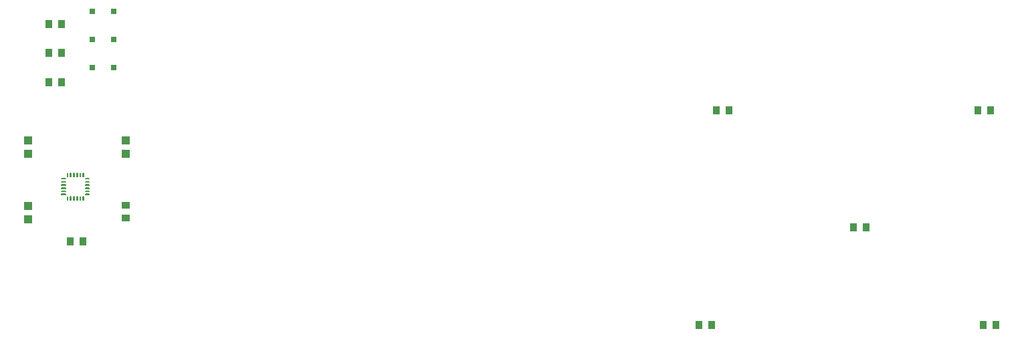
<source format=gbr>
G04 EAGLE Gerber X2 export*
%TF.Part,Single*%
%TF.FileFunction,Paste,Top*%
%TF.FilePolarity,Positive*%
%TF.GenerationSoftware,Autodesk,EAGLE,8.7.1*%
%TF.CreationDate,2018-04-20T19:54:14Z*%
G75*
%MOMM*%
%FSLAX34Y34*%
%LPD*%
%AMOC8*
5,1,8,0,0,1.08239X$1,22.5*%
G01*
%ADD10C,0.150000*%
%ADD11R,1.000000X1.100000*%
%ADD12R,0.949959X1.031241*%
%ADD13R,0.800000X0.800000*%
%ADD14R,1.031241X0.949959*%


D10*
X340410Y296320D02*
X344910Y296320D01*
X344910Y295820D01*
X340410Y295820D01*
X340410Y296320D01*
X340410Y300320D02*
X344910Y300320D01*
X344910Y299820D01*
X340410Y299820D01*
X340410Y300320D01*
X340410Y304320D02*
X344910Y304320D01*
X344910Y303820D01*
X340410Y303820D01*
X340410Y304320D01*
X340410Y308320D02*
X344910Y308320D01*
X344910Y307820D01*
X340410Y307820D01*
X340410Y308320D01*
X340410Y312320D02*
X344910Y312320D01*
X344910Y311820D01*
X340410Y311820D01*
X340410Y312320D01*
X340410Y316320D02*
X344910Y316320D01*
X344910Y315820D01*
X340410Y315820D01*
X340410Y316320D01*
X337410Y318820D02*
X337410Y323320D01*
X337910Y323320D01*
X337910Y318820D01*
X337410Y318820D01*
X337410Y320319D02*
X337910Y320319D01*
X337910Y321818D02*
X337410Y321818D01*
X337410Y323317D02*
X337910Y323317D01*
X333410Y323320D02*
X333410Y318820D01*
X333410Y323320D02*
X333910Y323320D01*
X333910Y318820D01*
X333410Y318820D01*
X333410Y320319D02*
X333910Y320319D01*
X333910Y321818D02*
X333410Y321818D01*
X333410Y323317D02*
X333910Y323317D01*
X329410Y323320D02*
X329410Y318820D01*
X329410Y323320D02*
X329910Y323320D01*
X329910Y318820D01*
X329410Y318820D01*
X329410Y320319D02*
X329910Y320319D01*
X329910Y321818D02*
X329410Y321818D01*
X329410Y323317D02*
X329910Y323317D01*
X325410Y323320D02*
X325410Y318820D01*
X325410Y323320D02*
X325910Y323320D01*
X325910Y318820D01*
X325410Y318820D01*
X325410Y320319D02*
X325910Y320319D01*
X325910Y321818D02*
X325410Y321818D01*
X325410Y323317D02*
X325910Y323317D01*
X321410Y323320D02*
X321410Y318820D01*
X321410Y323320D02*
X321910Y323320D01*
X321910Y318820D01*
X321410Y318820D01*
X321410Y320319D02*
X321910Y320319D01*
X321910Y321818D02*
X321410Y321818D01*
X321410Y323317D02*
X321910Y323317D01*
X317410Y323320D02*
X317410Y318820D01*
X317410Y323320D02*
X317910Y323320D01*
X317910Y318820D01*
X317410Y318820D01*
X317410Y320319D02*
X317910Y320319D01*
X317910Y321818D02*
X317410Y321818D01*
X317410Y323317D02*
X317910Y323317D01*
X314910Y316320D02*
X310410Y316320D01*
X314910Y316320D02*
X314910Y315820D01*
X310410Y315820D01*
X310410Y316320D01*
X310410Y312320D02*
X314910Y312320D01*
X314910Y311820D01*
X310410Y311820D01*
X310410Y312320D01*
X310410Y308320D02*
X314910Y308320D01*
X314910Y307820D01*
X310410Y307820D01*
X310410Y308320D01*
X310410Y304320D02*
X314910Y304320D01*
X314910Y303820D01*
X310410Y303820D01*
X310410Y304320D01*
X310410Y300320D02*
X314910Y300320D01*
X314910Y299820D01*
X310410Y299820D01*
X310410Y300320D01*
X310410Y296320D02*
X314910Y296320D01*
X314910Y295820D01*
X310410Y295820D01*
X310410Y296320D01*
X317410Y293320D02*
X317410Y288820D01*
X317410Y293320D02*
X317910Y293320D01*
X317910Y288820D01*
X317410Y288820D01*
X317410Y290319D02*
X317910Y290319D01*
X317910Y291818D02*
X317410Y291818D01*
X317410Y293317D02*
X317910Y293317D01*
X321410Y293320D02*
X321410Y288820D01*
X321410Y293320D02*
X321910Y293320D01*
X321910Y288820D01*
X321410Y288820D01*
X321410Y290319D02*
X321910Y290319D01*
X321910Y291818D02*
X321410Y291818D01*
X321410Y293317D02*
X321910Y293317D01*
X325410Y293320D02*
X325410Y288820D01*
X325410Y293320D02*
X325910Y293320D01*
X325910Y288820D01*
X325410Y288820D01*
X325410Y290319D02*
X325910Y290319D01*
X325910Y291818D02*
X325410Y291818D01*
X325410Y293317D02*
X325910Y293317D01*
X329410Y293320D02*
X329410Y288820D01*
X329410Y293320D02*
X329910Y293320D01*
X329910Y288820D01*
X329410Y288820D01*
X329410Y290319D02*
X329910Y290319D01*
X329910Y291818D02*
X329410Y291818D01*
X329410Y293317D02*
X329910Y293317D01*
X333410Y293320D02*
X333410Y288820D01*
X333410Y293320D02*
X333910Y293320D01*
X333910Y288820D01*
X333410Y288820D01*
X333410Y290319D02*
X333910Y290319D01*
X333910Y291818D02*
X333410Y291818D01*
X333410Y293317D02*
X333910Y293317D01*
X337410Y293320D02*
X337410Y288820D01*
X337410Y293320D02*
X337910Y293320D01*
X337910Y288820D01*
X337410Y288820D01*
X337410Y290319D02*
X337910Y290319D01*
X337910Y291818D02*
X337410Y291818D01*
X337410Y293317D02*
X337910Y293317D01*
D11*
X267970Y364100D03*
X267970Y347100D03*
X391160Y347100D03*
X391160Y364100D03*
X267970Y264550D03*
X267970Y281550D03*
D12*
X1485646Y402590D03*
X1469644Y402590D03*
X1492631Y130810D03*
X1476629Y130810D03*
X1328801Y254000D03*
X1312799Y254000D03*
X1154811Y402590D03*
X1138809Y402590D03*
X1133221Y130810D03*
X1117219Y130810D03*
D13*
X376300Y528130D03*
X349300Y528130D03*
X376300Y457010D03*
X349300Y457010D03*
X376300Y492570D03*
X349300Y492570D03*
D12*
X310261Y474980D03*
X294259Y474980D03*
X310261Y511810D03*
X294259Y511810D03*
X310261Y438150D03*
X294259Y438150D03*
D14*
X391160Y282321D03*
X391160Y266319D03*
D12*
X320929Y236220D03*
X336931Y236220D03*
M02*

</source>
